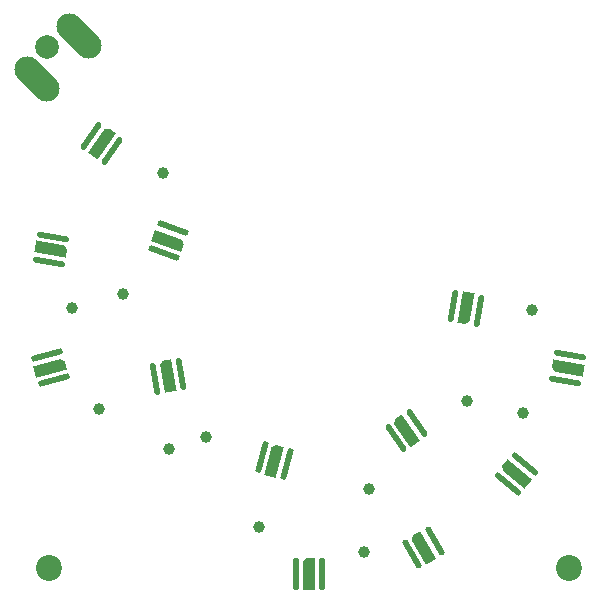
<source format=gbr>
%TF.GenerationSoftware,KiCad,Pcbnew,7.0.1*%
%TF.CreationDate,2023-12-14T16:50:50+01:00*%
%TF.ProjectId,led-ring-v2-cut,6c65642d-7269-46e6-972d-76322d637574,rev?*%
%TF.SameCoordinates,Original*%
%TF.FileFunction,Soldermask,Top*%
%TF.FilePolarity,Negative*%
%FSLAX46Y46*%
G04 Gerber Fmt 4.6, Leading zero omitted, Abs format (unit mm)*
G04 Created by KiCad (PCBNEW 7.0.1) date 2023-12-14 16:50:50*
%MOMM*%
%LPD*%
G01*
G04 APERTURE LIST*
G04 Aperture macros list*
%AMRoundRect*
0 Rectangle with rounded corners*
0 $1 Rounding radius*
0 $2 $3 $4 $5 $6 $7 $8 $9 X,Y pos of 4 corners*
0 Add a 4 corners polygon primitive as box body*
4,1,4,$2,$3,$4,$5,$6,$7,$8,$9,$2,$3,0*
0 Add four circle primitives for the rounded corners*
1,1,$1+$1,$2,$3*
1,1,$1+$1,$4,$5*
1,1,$1+$1,$6,$7*
1,1,$1+$1,$8,$9*
0 Add four rect primitives between the rounded corners*
20,1,$1+$1,$2,$3,$4,$5,0*
20,1,$1+$1,$4,$5,$6,$7,0*
20,1,$1+$1,$6,$7,$8,$9,0*
20,1,$1+$1,$8,$9,$2,$3,0*%
%AMHorizOval*
0 Thick line with rounded ends*
0 $1 width*
0 $2 $3 position (X,Y) of the first rounded end (center of the circle)*
0 $4 $5 position (X,Y) of the second rounded end (center of the circle)*
0 Add line between two ends*
20,1,$1,$2,$3,$4,$5,0*
0 Add two circle primitives to create the rounded ends*
1,1,$1,$2,$3*
1,1,$1,$4,$5*%
%AMOutline5P*
0 Free polygon, 5 corners , with rotation*
0 The origin of the aperture is its center*
0 number of corners: always 5*
0 $1 to $10 corner X, Y*
0 $11 Rotation angle, in degrees counterclockwise*
0 create outline with 5 corners*
4,1,5,$1,$2,$3,$4,$5,$6,$7,$8,$9,$10,$1,$2,$11*%
%AMOutline6P*
0 Free polygon, 6 corners , with rotation*
0 The origin of the aperture is its center*
0 number of corners: always 6*
0 $1 to $12 corner X, Y*
0 $13 Rotation angle, in degrees counterclockwise*
0 create outline with 6 corners*
4,1,6,$1,$2,$3,$4,$5,$6,$7,$8,$9,$10,$11,$12,$1,$2,$13*%
%AMOutline7P*
0 Free polygon, 7 corners , with rotation*
0 The origin of the aperture is its center*
0 number of corners: always 7*
0 $1 to $14 corner X, Y*
0 $15 Rotation angle, in degrees counterclockwise*
0 create outline with 7 corners*
4,1,7,$1,$2,$3,$4,$5,$6,$7,$8,$9,$10,$11,$12,$13,$14,$1,$2,$15*%
%AMOutline8P*
0 Free polygon, 8 corners , with rotation*
0 The origin of the aperture is its center*
0 number of corners: always 8*
0 $1 to $16 corner X, Y*
0 $17 Rotation angle, in degrees counterclockwise*
0 create outline with 8 corners*
4,1,8,$1,$2,$3,$4,$5,$6,$7,$8,$9,$10,$11,$12,$13,$14,$15,$16,$1,$2,$17*%
G04 Aperture macros list end*
%ADD10C,1.000000*%
%ADD11RoundRect,0.125000X-0.125000X1.225000X-0.125000X-1.225000X0.125000X-1.225000X0.125000X1.225000X0*%
%ADD12Outline5P,-1.350000X0.500000X1.350000X0.500000X1.350000X-0.500000X-1.050000X-0.500000X-1.350000X-0.200000X270.000000*%
%ADD13RoundRect,0.125000X0.600237X1.075158X-0.805025X-0.931764X-0.600237X-1.075158X0.805025X0.931764X0*%
%ADD14Outline5P,-1.350000X0.500000X1.350000X0.500000X1.350000X-0.500000X-1.050000X-0.500000X-1.350000X-0.200000X235.000000*%
%ADD15RoundRect,0.125000X-1.018753X0.691659X0.858056X-0.883170X1.018753X-0.691659X-0.858056X0.883170X0*%
%ADD16Outline5P,-1.350000X0.500000X1.350000X0.500000X1.350000X-0.500000X-1.050000X-0.500000X-1.350000X-0.200000X320.000000*%
%ADD17RoundRect,0.125000X-0.720753X0.998381X0.504247X-1.123381X0.720753X-0.998381X-0.504247X1.123381X0*%
%ADD18Outline5P,-1.350000X0.500000X1.350000X0.500000X1.350000X-0.500000X-1.050000X-0.500000X-1.350000X-0.200000X300.000000*%
%ADD19RoundRect,0.125000X1.228096X-0.089618X-1.184683X0.335820X-1.228096X0.089618X1.184683X-0.335820X0*%
%ADD20Outline5P,-1.350000X0.500000X1.350000X0.500000X1.350000X-0.500000X-1.050000X-0.500000X-1.350000X-0.200000X170.000000*%
%ADD21C,2.200000*%
%ADD22RoundRect,0.125000X1.150907X0.437794X-1.215612X-0.196313X-1.150907X-0.437794X1.215612X0.196313X0*%
%ADD23Outline5P,-1.350000X0.500000X1.350000X0.500000X1.350000X-0.500000X-1.050000X-0.500000X-1.350000X-0.200000X195.000000*%
%ADD24RoundRect,0.125000X0.196313X1.215612X-0.437794X-1.150907X-0.196313X-1.215612X0.437794X1.150907X0*%
%ADD25Outline5P,-1.350000X0.500000X1.350000X0.500000X1.350000X-0.500000X-1.050000X-0.500000X-1.350000X-0.200000X255.000000*%
%ADD26RoundRect,0.125000X-0.335820X1.184683X0.089618X-1.228096X0.335820X-1.184683X-0.089618X1.228096X0*%
%ADD27Outline5P,-1.350000X0.500000X1.350000X0.500000X1.350000X-0.500000X-1.050000X-0.500000X-1.350000X-0.200000X280.000000*%
%ADD28RoundRect,0.125000X-0.805025X0.931764X0.600237X-1.075158X0.805025X-0.931764X-0.600237X1.075158X0*%
%ADD29Outline5P,-1.350000X0.500000X1.350000X0.500000X1.350000X-0.500000X-1.050000X-0.500000X-1.350000X-0.200000X305.000000*%
%ADD30RoundRect,0.125000X-0.089618X-1.228096X0.335820X1.184683X0.089618X1.228096X-0.335820X-1.184683X0*%
%ADD31Outline5P,-1.350000X0.500000X1.350000X0.500000X1.350000X-0.500000X-1.050000X-0.500000X-1.350000X-0.200000X80.000000*%
%ADD32RoundRect,0.125000X-1.228096X0.089618X1.184683X-0.335820X1.228096X-0.089618X-1.184683X0.335820X0*%
%ADD33Outline5P,-1.350000X0.500000X1.350000X0.500000X1.350000X-0.500000X-1.050000X-0.500000X-1.350000X-0.200000X350.000000*%
%ADD34RoundRect,0.125000X1.193876X-0.301513X-1.108371X0.536436X-1.193876X0.301513X1.108371X-0.536436X0*%
%ADD35Outline5P,-1.350000X0.500000X1.350000X0.500000X1.350000X-0.500000X-1.050000X-0.500000X-1.350000X-0.200000X160.000000*%
%ADD36HorizOval,2.200000X0.813173X-0.813173X-0.813173X0.813173X0*%
%ADD37HorizOval,2.000000X0.000000X0.000000X0.000000X0.000000X0*%
G04 APERTURE END LIST*
D10*
%TO.C,TP6*%
X-4250000Y-18540000D03*
%TD*%
%TO.C,TP4*%
X5080000Y-15290000D03*
%TD*%
D11*
%TO.C,D6*%
X-1100000Y-22450000D03*
X1100000Y-22450000D03*
D12*
X0Y-22450000D03*
%TD*%
D13*
%TO.C,D14*%
X-18451067Y14630934D03*
X-16648933Y13369066D03*
D14*
X-17550000Y14000000D03*
%TD*%
D15*
%TO.C,D3*%
X16842934Y-14892649D03*
X18257066Y-13207351D03*
D16*
X17550000Y-14050000D03*
%TD*%
D10*
%TO.C,TP2*%
X18090000Y-8810000D03*
%TD*%
%TO.C,TP11*%
X-15740000Y1260000D03*
%TD*%
D17*
%TO.C,D5*%
X8747372Y-20800000D03*
X10652628Y-19700000D03*
D18*
X9700000Y-20250000D03*
%TD*%
D10*
%TO.C,TP12*%
X-12340000Y11440000D03*
%TD*%
D19*
%TO.C,D12*%
X-21658987Y6083289D03*
X-22041013Y3916711D03*
D20*
X-21850000Y5000000D03*
%TD*%
D10*
%TO.C,TP5*%
X4670000Y-20590000D03*
%TD*%
D21*
%TO.C,REF\u002A\u002A*%
X22000000Y-22000000D03*
%TD*%
D22*
%TO.C,D11*%
X-22184701Y-3937482D03*
X-21615299Y-6062518D03*
D23*
X-21900000Y-5000000D03*
%TD*%
D24*
%TO.C,D8*%
X-4012518Y-12615299D03*
X-1887482Y-13184701D03*
D25*
X-2950000Y-12900000D03*
%TD*%
D10*
%TO.C,TP3*%
X13380000Y-7820000D03*
%TD*%
%TO.C,TP8*%
X-11880000Y-11870000D03*
%TD*%
%TO.C,TP7*%
X-8720000Y-10900000D03*
%TD*%
%TO.C,TP10*%
X-20060000Y40000D03*
%TD*%
%TO.C,TP9*%
X-17780000Y-8490000D03*
%TD*%
D26*
%TO.C,D9*%
X-13033289Y-5941013D03*
X-10866711Y-5558987D03*
D27*
X-11950000Y-5750000D03*
%TD*%
D28*
%TO.C,D4*%
X7348933Y-10980934D03*
X9151067Y-9719066D03*
D29*
X8250000Y-10350000D03*
%TD*%
D30*
%TO.C,D1*%
X14383289Y-191013D03*
X12216711Y191013D03*
D31*
X13300000Y0D03*
%TD*%
D32*
%TO.C,D2*%
X21708987Y-6133289D03*
X22091013Y-3966711D03*
D33*
X21900000Y-5050000D03*
%TD*%
D10*
%TO.C,TP1*%
X18920000Y-110000D03*
%TD*%
D21*
%TO.C,REF\u002A\u002A*%
X-22000000Y-22000000D03*
%TD*%
D34*
%TO.C,D13*%
X-11523778Y6783662D03*
X-12276222Y4716338D03*
D35*
X-11900000Y5750000D03*
%TD*%
D36*
%TO.C,J1*%
X-19440000Y23040000D03*
X-23032102Y19447898D03*
D37*
X-22134077Y22141975D03*
%TD*%
M02*

</source>
